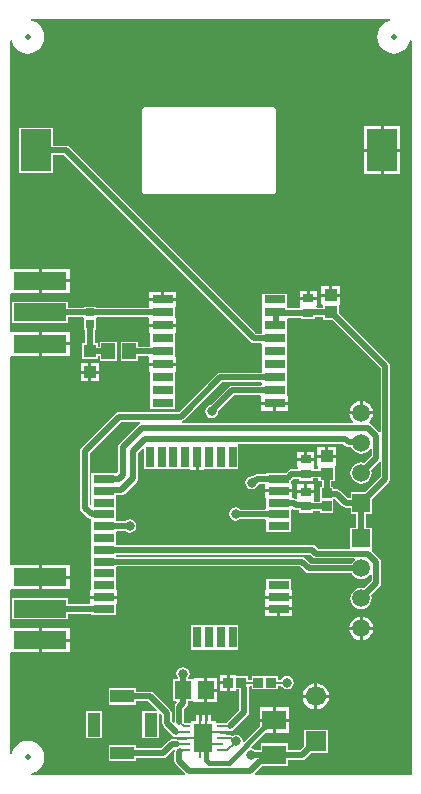
<source format=gtl>
G04*
G04 #@! TF.GenerationSoftware,Altium Limited,Altium Designer,20.2.7 (254)*
G04*
G04 Layer_Physical_Order=1*
G04 Layer_Color=255*
%FSLAX44Y44*%
%MOMM*%
G71*
G04*
G04 #@! TF.SameCoordinates,4D7A2DC3-99A8-4A5B-9679-2B55FC54A80C*
G04*
G04*
G04 #@! TF.FilePolarity,Positive*
G04*
G01*
G75*
%ADD12C,0.2000*%
%ADD14C,0.4000*%
%ADD39R,0.7000X1.8000*%
%ADD40R,1.8000X0.7000*%
%ADD41R,1.1500X1.3500*%
%ADD42R,0.8500X0.8500*%
%ADD43R,0.9000X0.8000*%
%ADD44R,0.6000X0.2400*%
%ADD45R,1.6500X2.4000*%
%ADD46R,0.2500X0.6000*%
%ADD47R,2.0000X1.6500*%
%ADD48R,0.8500X0.8500*%
%ADD49R,1.4500X1.5500*%
%ADD50R,1.1000X2.0000*%
%ADD51R,2.0000X1.1000*%
%ADD52R,4.5000X1.5000*%
%ADD53R,1.1000X1.0000*%
%ADD54R,2.6000X3.5600*%
%ADD55R,1.8000X0.8000*%
%ADD56R,0.7200X0.6900*%
%ADD57R,1.0500X1.0000*%
%ADD58C,0.5000*%
%ADD59C,0.5000*%
%ADD60R,1.5000X1.5000*%
%ADD61C,1.5000*%
%ADD62R,1.7000X1.7000*%
%ADD63C,1.7000*%
%ADD64C,0.6000*%
%ADD65C,0.8000*%
G36*
X2222888Y1768188D02*
X2222201Y1768098D01*
X2218796Y1766687D01*
X2215871Y1764443D01*
X2213627Y1761519D01*
X2212216Y1758113D01*
X2211735Y1754458D01*
X2212216Y1750803D01*
X2213627Y1747398D01*
X2215871Y1744473D01*
X2218796Y1742229D01*
X2222201Y1740818D01*
X2225856Y1740337D01*
X2229511Y1740818D01*
X2232917Y1742229D01*
X2235841Y1744473D01*
X2238085Y1747398D01*
X2239496Y1750803D01*
X2239586Y1751490D01*
X2240856Y1751406D01*
Y1129458D01*
X2108572D01*
X2108046Y1130728D01*
X2114106Y1136788D01*
X2136210D01*
Y1142206D01*
X2148060D01*
X2148060Y1142206D01*
X2149621Y1142516D01*
X2150944Y1143400D01*
X2155530Y1147986D01*
X2169762D01*
Y1167986D01*
X2149762D01*
Y1153754D01*
X2146371Y1150362D01*
X2136210D01*
Y1156288D01*
X2113210D01*
Y1150635D01*
X2108440D01*
X2106790Y1151737D01*
X2105251Y1152043D01*
X2104804Y1153392D01*
X2116660Y1165248D01*
X2123440D01*
Y1174768D01*
X2112170D01*
Y1170851D01*
X2098927Y1157608D01*
X2097757Y1158234D01*
X2097379Y1160132D01*
X2096163Y1161951D01*
X2094344Y1163167D01*
X2092198Y1163594D01*
X2090052Y1163167D01*
X2089383Y1162720D01*
X2089002Y1162975D01*
X2088026Y1163169D01*
X2084082D01*
Y1164350D01*
X2078542D01*
Y1166890D01*
X2085043D01*
X2085352Y1167055D01*
X2085557Y1166918D01*
X2087118Y1166608D01*
X2088679Y1166918D01*
X2090002Y1167802D01*
X2102064Y1179864D01*
X2102064Y1179864D01*
X2102948Y1181187D01*
X2103258Y1182748D01*
Y1203091D01*
X2103087Y1203951D01*
X2103978Y1205221D01*
X2105332D01*
Y1202020D01*
X2127832D01*
Y1205221D01*
X2130466D01*
X2131413Y1203805D01*
X2133232Y1202589D01*
X2135378Y1202162D01*
X2137524Y1202589D01*
X2139343Y1203805D01*
X2140559Y1205624D01*
X2140986Y1207770D01*
X2140559Y1209916D01*
X2139343Y1211735D01*
X2137524Y1212951D01*
X2135378Y1213378D01*
X2133232Y1212951D01*
X2131413Y1211735D01*
X2130466Y1210319D01*
X2127832D01*
Y1213520D01*
X2105332D01*
Y1210319D01*
X2102432D01*
Y1213520D01*
X2092472D01*
Y1214560D01*
X2086952D01*
Y1207770D01*
Y1200980D01*
X2092472D01*
Y1202020D01*
X2094837D01*
X2095101Y1201624D01*
Y1184437D01*
X2084234Y1173570D01*
X2083042Y1173320D01*
Y1173320D01*
X2083042Y1173320D01*
X2075332D01*
Y1175160D01*
X2070832D01*
Y1180660D01*
X2068312D01*
Y1175120D01*
X2065772D01*
Y1180660D01*
X2063312D01*
Y1175120D01*
X2060772D01*
Y1180660D01*
X2058252D01*
Y1175160D01*
X2053752D01*
Y1173320D01*
X2050588D01*
X2050342Y1173369D01*
X2049178D01*
X2048192Y1174355D01*
X2048271Y1174750D01*
Y1185761D01*
X2050347Y1187838D01*
X2050347Y1187838D01*
X2051231Y1189161D01*
X2051542Y1190721D01*
X2051542Y1190722D01*
Y1192170D01*
X2056047Y1192170D01*
X2056602Y1191130D01*
X2056697Y1191130D01*
X2056698Y1191130D01*
X2065122D01*
Y1201420D01*
Y1211710D01*
X2056698D01*
X2056697Y1211710D01*
X2056602D01*
X2056047Y1210670D01*
X2055332Y1210670D01*
X2052334D01*
X2051719Y1211940D01*
X2052421Y1212990D01*
X2052848Y1215136D01*
X2052421Y1217282D01*
X2051205Y1219101D01*
X2049386Y1220317D01*
X2047240Y1220744D01*
X2045094Y1220317D01*
X2043275Y1219101D01*
X2042059Y1217282D01*
X2041632Y1215136D01*
X2042059Y1212990D01*
X2042761Y1211940D01*
X2042082Y1210670D01*
X2038642D01*
Y1192170D01*
X2041485D01*
X2041971Y1190997D01*
X2041308Y1190334D01*
X2040424Y1189011D01*
X2040114Y1187450D01*
X2040114Y1187450D01*
Y1174750D01*
X2040187Y1174381D01*
X2039017Y1173755D01*
X2037856Y1174915D01*
Y1181862D01*
X2037856Y1181862D01*
X2037546Y1183423D01*
X2036662Y1184746D01*
X2036662Y1184746D01*
X2022444Y1198964D01*
X2021121Y1199848D01*
X2019560Y1200158D01*
X2019560Y1200158D01*
X2007432D01*
Y1203080D01*
X1984432D01*
Y1189080D01*
X2007432D01*
Y1192002D01*
X2017871D01*
X2025119Y1184753D01*
X2024633Y1183580D01*
X2012932D01*
Y1160580D01*
X2026932D01*
Y1181281D01*
X2028105Y1181767D01*
X2029700Y1180173D01*
Y1173226D01*
X2029700Y1173226D01*
X2030010Y1171665D01*
X2030894Y1170342D01*
X2038500Y1162736D01*
X2039823Y1161852D01*
X2041384Y1161542D01*
X2042945Y1161852D01*
X2043732Y1162378D01*
X2044678Y1161890D01*
X2050542D01*
Y1159350D01*
X2044093D01*
X2043732Y1159157D01*
X2043387Y1159388D01*
X2041826Y1159698D01*
X2038016D01*
X2038016Y1159698D01*
X2036455Y1159388D01*
X2035132Y1158504D01*
X2035132Y1158504D01*
X2028787Y1152159D01*
X2007432D01*
Y1155080D01*
X1984432D01*
Y1141080D01*
X2007432D01*
Y1144002D01*
X2030476D01*
X2030476Y1144002D01*
X2032037Y1144312D01*
X2033360Y1145196D01*
X2039114Y1150950D01*
X2040103Y1150292D01*
X2040161Y1150201D01*
X2039860Y1148687D01*
X2039860Y1148686D01*
Y1141476D01*
X2039860Y1141476D01*
X2040170Y1139915D01*
X2041054Y1138592D01*
X2048918Y1130728D01*
X2048392Y1129458D01*
X1918908D01*
X1918824Y1130728D01*
X1919511Y1130818D01*
X1922917Y1132229D01*
X1925841Y1134473D01*
X1928085Y1137398D01*
X1929496Y1140803D01*
X1929977Y1144458D01*
X1929496Y1148113D01*
X1928085Y1151519D01*
X1925841Y1154443D01*
X1922917Y1156687D01*
X1919511Y1158098D01*
X1915856Y1158579D01*
X1912201Y1158098D01*
X1908796Y1156687D01*
X1905871Y1154443D01*
X1903627Y1151519D01*
X1902216Y1148113D01*
X1902126Y1147426D01*
X1900856Y1147510D01*
Y1232710D01*
X1901296Y1233798D01*
X1902126Y1233798D01*
X1925066D01*
Y1243838D01*
Y1253878D01*
X1902126D01*
X1901296Y1253878D01*
X1900856Y1254966D01*
Y1286050D01*
X1901296Y1287138D01*
X1902126Y1287138D01*
X1925066D01*
Y1297178D01*
Y1307218D01*
X1902126D01*
X1901296Y1307218D01*
X1900856Y1308306D01*
Y1483408D01*
X1901296Y1484496D01*
X1902126Y1484496D01*
X1925066D01*
Y1494536D01*
Y1504576D01*
X1902126D01*
X1901296Y1504576D01*
X1900856Y1505664D01*
Y1536748D01*
X1901296Y1537836D01*
X1902126Y1537836D01*
X1925066D01*
Y1547876D01*
Y1557916D01*
X1902126D01*
X1901296Y1557916D01*
X1900856Y1559004D01*
Y1751407D01*
X1902126Y1751490D01*
X1902216Y1750803D01*
X1903627Y1747398D01*
X1905871Y1744473D01*
X1908796Y1742229D01*
X1912201Y1740818D01*
X1915856Y1740337D01*
X1919511Y1740818D01*
X1922917Y1742229D01*
X1925841Y1744473D01*
X1928085Y1747398D01*
X1929496Y1750803D01*
X1929977Y1754458D01*
X1929496Y1758113D01*
X1928085Y1761519D01*
X1925841Y1764443D01*
X1922917Y1766687D01*
X1919511Y1768098D01*
X1918825Y1768188D01*
X1918908Y1769458D01*
X2222804D01*
X2222888Y1768188D01*
D02*
G37*
%LPC*%
G36*
X2231436Y1678706D02*
X2217166D01*
Y1659636D01*
X2231436D01*
Y1678706D01*
D02*
G37*
G36*
X2214626D02*
X2200356D01*
Y1659636D01*
X2214626D01*
Y1678706D01*
D02*
G37*
G36*
X2231436Y1657096D02*
X2217166D01*
Y1638026D01*
X2231436D01*
Y1657096D01*
D02*
G37*
G36*
X2214626D02*
X2200356D01*
Y1638026D01*
X2214626D01*
Y1657096D01*
D02*
G37*
G36*
X2124396Y1694990D02*
X2014396D01*
X2013248Y1694514D01*
X2012773Y1693366D01*
Y1623366D01*
X2013248Y1622218D01*
X2014396Y1621743D01*
X2124396D01*
X2125544Y1622218D01*
X2126020Y1623366D01*
Y1693366D01*
X2125544Y1694514D01*
X2124396Y1694990D01*
D02*
G37*
G36*
X1927606Y1557916D02*
Y1549146D01*
X1951376D01*
Y1557916D01*
X1927606D01*
D02*
G37*
G36*
X1951376Y1546606D02*
X1927606D01*
Y1537836D01*
X1951376D01*
Y1546606D01*
D02*
G37*
G36*
X2180502Y1543246D02*
X2173732D01*
Y1536976D01*
X2180502D01*
Y1543246D01*
D02*
G37*
G36*
X2171192D02*
X2164422D01*
Y1536976D01*
X2171192D01*
Y1543246D01*
D02*
G37*
G36*
X2160452Y1539746D02*
X2154682D01*
Y1534476D01*
X2160452D01*
Y1539746D01*
D02*
G37*
G36*
X2152142D02*
X2146372D01*
Y1534476D01*
X2152142D01*
Y1539746D01*
D02*
G37*
G36*
X2041506Y1538226D02*
X2031236D01*
Y1533456D01*
X2041506D01*
Y1538226D01*
D02*
G37*
G36*
X2028696D02*
X2018426D01*
Y1533456D01*
X2028696D01*
Y1538226D01*
D02*
G37*
G36*
X2041506Y1530916D02*
X2018426D01*
Y1526146D01*
X2017520Y1525269D01*
X1973600D01*
Y1526141D01*
X1963400D01*
Y1525269D01*
X1950336D01*
Y1530206D01*
X1902336D01*
Y1512206D01*
X1950336D01*
Y1517112D01*
X1962921D01*
X1963400Y1516041D01*
X1963400Y1514971D01*
Y1506140D01*
X1964422D01*
Y1494906D01*
X1961750D01*
Y1481906D01*
X1975250D01*
Y1484108D01*
X1976884D01*
Y1479936D01*
X1991384D01*
Y1496436D01*
X1976884D01*
Y1492265D01*
X1975250D01*
Y1494906D01*
X1972578D01*
Y1506140D01*
X1973600D01*
Y1514971D01*
X1973600Y1516041D01*
X1974079Y1517112D01*
X2017316D01*
X2018426Y1516726D01*
Y1511456D01*
X2041506D01*
Y1516726D01*
X2040466D01*
Y1526146D01*
X2041506D01*
Y1530916D01*
D02*
G37*
G36*
X1927606Y1504576D02*
Y1495806D01*
X1951376D01*
Y1504576D01*
X1927606D01*
D02*
G37*
G36*
X2041506Y1508916D02*
X2018426D01*
Y1503646D01*
X2019466D01*
X2019466Y1493163D01*
X2018568Y1492265D01*
X2008884D01*
Y1496436D01*
X1994384D01*
Y1479936D01*
X2008884D01*
Y1484108D01*
X2017314D01*
X2018426Y1483726D01*
Y1478456D01*
X2041506D01*
Y1483726D01*
X2040466D01*
Y1492416D01*
X2040466Y1493686D01*
X2040466Y1494956D01*
Y1503646D01*
X2041506D01*
Y1508916D01*
D02*
G37*
G36*
X1951376Y1493266D02*
X1927606D01*
Y1484496D01*
X1951376D01*
Y1493266D01*
D02*
G37*
G36*
X1976290Y1477946D02*
X1969770D01*
Y1471676D01*
X1976290D01*
Y1477946D01*
D02*
G37*
G36*
X1967230D02*
X1960710D01*
Y1471676D01*
X1967230D01*
Y1477946D01*
D02*
G37*
G36*
X1937396Y1677666D02*
X1908396D01*
Y1639066D01*
X1937396D01*
Y1654288D01*
X1946745D01*
X2104730Y1496302D01*
X2106053Y1495418D01*
X2107614Y1495108D01*
X2107614Y1495108D01*
X2113568D01*
X2114466Y1494210D01*
Y1493686D01*
X2114466Y1492416D01*
Y1483956D01*
X2114466Y1482686D01*
X2114466Y1481416D01*
X2114466Y1471163D01*
X2113568Y1470264D01*
X2078580D01*
X2078580Y1470264D01*
X2077019Y1469954D01*
X2075696Y1469070D01*
X2075696Y1469070D01*
X2043519Y1436893D01*
X1993392D01*
X1993392Y1436893D01*
X1991831Y1436582D01*
X1990508Y1435698D01*
X1990508Y1435698D01*
X1961298Y1406488D01*
X1960414Y1405165D01*
X1960104Y1403604D01*
X1960104Y1403604D01*
Y1355852D01*
X1960104Y1355852D01*
X1960414Y1354291D01*
X1961298Y1352968D01*
X1966972Y1347294D01*
X1968295Y1346410D01*
X1969193Y1346232D01*
X1969716Y1345178D01*
X1969716Y1343908D01*
Y1336448D01*
X1969716Y1335178D01*
X1969716Y1333908D01*
Y1326448D01*
X1969716Y1325178D01*
X1969716Y1323908D01*
Y1315178D01*
Y1306448D01*
X1969716Y1305178D01*
X1969716Y1303908D01*
Y1296448D01*
X1969716Y1295178D01*
X1969716Y1293908D01*
Y1286218D01*
X1968676D01*
Y1281448D01*
X1980216D01*
X1991756D01*
Y1286218D01*
X1990716D01*
Y1293908D01*
X1990716Y1295178D01*
X1990716Y1296448D01*
Y1303908D01*
X1990716Y1305178D01*
X1991557Y1306100D01*
X2146089D01*
X2150680Y1301508D01*
X2150680Y1301508D01*
X2152003Y1300624D01*
X2153564Y1300314D01*
X2190024D01*
X2190215Y1299853D01*
X2191657Y1297973D01*
X2193537Y1296531D01*
X2195727Y1295624D01*
X2198076Y1295314D01*
X2200426Y1295624D01*
X2202615Y1296531D01*
X2204495Y1297973D01*
X2205722Y1299572D01*
X2206973Y1299259D01*
X2206992Y1299248D01*
Y1293675D01*
X2200886Y1287570D01*
X2200426Y1287760D01*
X2198076Y1288070D01*
X2195727Y1287760D01*
X2193537Y1286854D01*
X2191657Y1285411D01*
X2190215Y1283531D01*
X2189308Y1281342D01*
X2188999Y1278992D01*
X2189308Y1276643D01*
X2190215Y1274453D01*
X2191657Y1272573D01*
X2193537Y1271131D01*
X2195727Y1270224D01*
X2198076Y1269914D01*
X2200426Y1270224D01*
X2202615Y1271131D01*
X2204495Y1272573D01*
X2205938Y1274453D01*
X2206844Y1276643D01*
X2207154Y1278992D01*
X2206844Y1281342D01*
X2206654Y1281802D01*
X2213954Y1289102D01*
X2213954Y1289102D01*
X2214838Y1290425D01*
X2215148Y1291986D01*
Y1309744D01*
X2214838Y1311305D01*
X2213954Y1312628D01*
X2213954Y1312628D01*
X2207060Y1319522D01*
X2207076Y1320792D01*
X2207076Y1320792D01*
X2207076Y1320792D01*
Y1338792D01*
X2202155D01*
Y1350916D01*
X2207116D01*
Y1363148D01*
X2221574Y1377606D01*
X2221574Y1377606D01*
X2222458Y1378929D01*
X2222769Y1380490D01*
Y1475478D01*
X2222769Y1475478D01*
X2222458Y1477039D01*
X2221574Y1478362D01*
X2179462Y1520474D01*
X2179462Y1527611D01*
X2180502Y1528166D01*
X2180502Y1528261D01*
X2180502Y1528261D01*
Y1534436D01*
X2164422D01*
Y1528262D01*
X2164422Y1528261D01*
Y1528166D01*
X2165462Y1527611D01*
X2165462Y1526896D01*
Y1525284D01*
X2160561D01*
X2160243Y1526555D01*
X2160452Y1526666D01*
X2160452Y1526761D01*
X2160452Y1526761D01*
Y1531936D01*
X2146372D01*
Y1526761D01*
X2146372Y1526761D01*
Y1526666D01*
X2146524Y1526585D01*
X2146753Y1525023D01*
X2146514Y1524785D01*
X2136364D01*
X2135466Y1525683D01*
X2135466Y1526686D01*
X2135466Y1527956D01*
Y1537186D01*
X2114466D01*
Y1527956D01*
X2114466Y1527186D01*
X2114466Y1525916D01*
Y1516956D01*
X2114466Y1515686D01*
X2114466D01*
Y1515686D01*
X2114466D01*
X2114466Y1504162D01*
X2113568Y1503264D01*
X2109303D01*
X1951318Y1661250D01*
X1949995Y1662134D01*
X1948434Y1662444D01*
X1948434Y1662444D01*
X1937396D01*
Y1677666D01*
D02*
G37*
G36*
X1976290Y1469136D02*
X1969770D01*
Y1462866D01*
X1976290D01*
Y1469136D01*
D02*
G37*
G36*
X1967230D02*
X1960710D01*
Y1462866D01*
X1967230D01*
Y1469136D01*
D02*
G37*
G36*
X2041506Y1475916D02*
X2018426D01*
Y1470646D01*
X2019466D01*
Y1461956D01*
X2019466Y1460686D01*
X2019466Y1459416D01*
Y1450456D01*
X2019466Y1449686D01*
X2019466Y1448416D01*
Y1439186D01*
X2040466D01*
Y1448416D01*
X2040466Y1449186D01*
X2040466Y1450456D01*
Y1459416D01*
X2040466Y1460686D01*
X2040466Y1461956D01*
Y1470646D01*
X2041506D01*
Y1475916D01*
D02*
G37*
G36*
X1927606Y1307218D02*
Y1298448D01*
X1951376D01*
Y1307218D01*
X1927606D01*
D02*
G37*
G36*
X1951376Y1295908D02*
X1927606D01*
Y1287138D01*
X1951376D01*
Y1295908D01*
D02*
G37*
G36*
X2138716Y1295178D02*
X2117716D01*
Y1286218D01*
X2116676D01*
Y1281448D01*
X2128216D01*
X2139756D01*
Y1286218D01*
X2138716D01*
Y1295178D01*
D02*
G37*
G36*
X2139756Y1278908D02*
X2128216D01*
X2116676D01*
Y1274138D01*
Y1271448D01*
X2128216D01*
X2139756D01*
Y1274138D01*
Y1278908D01*
D02*
G37*
G36*
X1950336Y1279508D02*
X1902336D01*
Y1261508D01*
X1950336D01*
Y1266100D01*
X1969716D01*
Y1265178D01*
X1990716D01*
Y1274138D01*
X1991756D01*
Y1278908D01*
X1980216D01*
X1968676D01*
Y1274257D01*
X1950426D01*
X1950397Y1274276D01*
X1950336Y1274288D01*
Y1279508D01*
D02*
G37*
G36*
X2139756Y1268908D02*
X2129486D01*
Y1264138D01*
X2139756D01*
Y1268908D01*
D02*
G37*
G36*
X2126946D02*
X2116676D01*
Y1264138D01*
X2126946D01*
Y1268908D01*
D02*
G37*
G36*
X2084216Y1256678D02*
X2082946Y1256678D01*
X2075486D01*
X2074216Y1256678D01*
X2072946Y1256678D01*
X2065486D01*
X2064216Y1256678D01*
X2062946Y1256678D01*
X2054216D01*
Y1235678D01*
X2062946D01*
X2064216Y1235678D01*
X2065486Y1235678D01*
X2072946D01*
X2074216Y1235678D01*
X2075486Y1235678D01*
X2082946D01*
X2084216Y1235678D01*
X2085486Y1235678D01*
X2094216D01*
Y1256678D01*
X2084216Y1256678D01*
D02*
G37*
G36*
X2199346Y1263551D02*
Y1254862D01*
X2208035D01*
X2207858Y1256213D01*
X2206846Y1258655D01*
X2205237Y1260753D01*
X2203139Y1262362D01*
X2200697Y1263374D01*
X2199346Y1263551D01*
D02*
G37*
G36*
X2196806Y1263552D02*
X2195455Y1263374D01*
X2193013Y1262362D01*
X2190916Y1260753D01*
X2189306Y1258655D01*
X2188295Y1256213D01*
X2188117Y1254862D01*
X2196806D01*
Y1263552D01*
D02*
G37*
G36*
X1927606Y1253878D02*
Y1245108D01*
X1951376D01*
Y1253878D01*
X1927606D01*
D02*
G37*
G36*
X2208035Y1252322D02*
X2199346D01*
Y1243633D01*
X2200697Y1243811D01*
X2203139Y1244822D01*
X2205237Y1246432D01*
X2206846Y1248529D01*
X2207858Y1250971D01*
X2208035Y1252322D01*
D02*
G37*
G36*
X2196806D02*
X2188117D01*
X2188295Y1250971D01*
X2189306Y1248529D01*
X2190916Y1246432D01*
X2193013Y1244822D01*
X2195455Y1243811D01*
X2196806Y1243633D01*
Y1252322D01*
D02*
G37*
G36*
X1951376Y1242568D02*
X1927606D01*
Y1233798D01*
X1951376D01*
Y1242568D01*
D02*
G37*
G36*
X2084412Y1214560D02*
X2078892D01*
Y1209040D01*
X2084412D01*
Y1214560D01*
D02*
G37*
G36*
X2076182Y1211710D02*
X2067662D01*
Y1202690D01*
X2076182D01*
Y1211710D01*
D02*
G37*
G36*
X2084412Y1206500D02*
X2078892D01*
Y1200980D01*
X2084412D01*
Y1206500D01*
D02*
G37*
G36*
X2161032Y1207054D02*
Y1197356D01*
X2170730D01*
X2170518Y1198968D01*
X2169406Y1201654D01*
X2167636Y1203960D01*
X2165330Y1205730D01*
X2162644Y1206842D01*
X2161032Y1207054D01*
D02*
G37*
G36*
X2158492Y1207054D02*
X2156880Y1206842D01*
X2154194Y1205730D01*
X2151888Y1203960D01*
X2150119Y1201654D01*
X2149006Y1198968D01*
X2148794Y1197356D01*
X2158492D01*
Y1207054D01*
D02*
G37*
G36*
X2076182Y1200150D02*
X2067662D01*
Y1191130D01*
X2076182D01*
Y1200150D01*
D02*
G37*
G36*
X2170730Y1194816D02*
X2161032D01*
Y1185118D01*
X2162644Y1185330D01*
X2165330Y1186443D01*
X2167636Y1188212D01*
X2169406Y1190518D01*
X2170518Y1193204D01*
X2170730Y1194816D01*
D02*
G37*
G36*
X2158492D02*
X2148794D01*
X2149006Y1193204D01*
X2150119Y1190518D01*
X2151888Y1188212D01*
X2154194Y1186443D01*
X2156880Y1185330D01*
X2158492Y1185118D01*
Y1194816D01*
D02*
G37*
G36*
X2137250Y1186828D02*
X2125980D01*
Y1177308D01*
X2137250D01*
Y1186828D01*
D02*
G37*
G36*
X2123440D02*
X2112170D01*
Y1177308D01*
X2123440D01*
Y1186828D01*
D02*
G37*
G36*
X2137250Y1174768D02*
X2125980D01*
Y1165248D01*
X2137250D01*
Y1174768D01*
D02*
G37*
G36*
X1978932Y1183580D02*
X1964932D01*
Y1160580D01*
X1978932D01*
Y1183580D01*
D02*
G37*
%LPD*%
G36*
X2165462Y1514706D02*
X2173694D01*
X2214612Y1473789D01*
Y1420266D01*
X2213342Y1419740D01*
X2206528Y1426554D01*
X2205301Y1427374D01*
X2205159Y1427636D01*
X2204918Y1428680D01*
X2205277Y1428956D01*
X2206886Y1431053D01*
X2207898Y1433495D01*
X2208076Y1434846D01*
X2198116D01*
X2188157D01*
X2188335Y1433495D01*
X2189346Y1431053D01*
X2190907Y1429019D01*
X2190836Y1428581D01*
X2190553Y1427749D01*
X2046754D01*
X2046510Y1428995D01*
X2046769Y1429046D01*
X2048092Y1429930D01*
X2080269Y1462108D01*
X2113568D01*
X2114466Y1461210D01*
Y1460163D01*
X2113568Y1459265D01*
X2088916D01*
X2087355Y1458954D01*
X2086032Y1458070D01*
X2086032Y1458070D01*
X2070790Y1442828D01*
X2069478Y1442567D01*
X2067659Y1441351D01*
X2066443Y1439532D01*
X2066016Y1437386D01*
X2066443Y1435240D01*
X2067659Y1433421D01*
X2069478Y1432205D01*
X2071624Y1431778D01*
X2073770Y1432205D01*
X2075589Y1433421D01*
X2076805Y1435240D01*
X2077232Y1437386D01*
X2077174Y1437676D01*
X2090605Y1451108D01*
X2112521D01*
X2113426Y1450226D01*
Y1445456D01*
X2136506D01*
Y1450226D01*
X2135466D01*
Y1459416D01*
X2135466Y1460686D01*
X2135466Y1461956D01*
Y1470416D01*
X2135466Y1471686D01*
X2135466Y1472956D01*
Y1481416D01*
X2135466Y1482686D01*
X2135466Y1483956D01*
Y1492416D01*
X2135466Y1493686D01*
X2135466Y1494956D01*
Y1503416D01*
X2135466Y1504686D01*
X2135466Y1505956D01*
Y1515686D01*
X2136259Y1516628D01*
X2147412D01*
Y1515206D01*
X2159412D01*
Y1517128D01*
X2165462D01*
Y1514706D01*
D02*
G37*
G36*
X2184673Y1408486D02*
X2184673Y1408486D01*
X2185996Y1407602D01*
X2187556Y1407291D01*
X2189793D01*
X2190255Y1406177D01*
X2191697Y1404297D01*
X2193577Y1402855D01*
X2195767Y1401948D01*
X2198116Y1401638D01*
X2200466Y1401948D01*
X2202655Y1402855D01*
X2204535Y1404297D01*
X2205722Y1405844D01*
X2206992Y1405429D01*
Y1399960D01*
X2200926Y1393894D01*
X2200466Y1394084D01*
X2198116Y1394394D01*
X2195767Y1394084D01*
X2193577Y1393178D01*
X2191697Y1391735D01*
X2190255Y1389855D01*
X2189348Y1387666D01*
X2189039Y1385316D01*
X2189348Y1382967D01*
X2190255Y1380777D01*
X2191697Y1378897D01*
X2193577Y1377455D01*
X2195767Y1376548D01*
X2198116Y1376239D01*
X2200466Y1376548D01*
X2202655Y1377455D01*
X2204535Y1378897D01*
X2205978Y1380777D01*
X2206884Y1382967D01*
X2207194Y1385316D01*
X2206884Y1387666D01*
X2206694Y1388126D01*
X2213342Y1394774D01*
X2214612Y1394248D01*
Y1382179D01*
X2201349Y1368916D01*
X2189116D01*
Y1363994D01*
X2186597D01*
X2180298Y1370294D01*
X2178975Y1371178D01*
X2177414Y1371488D01*
X2177414Y1371488D01*
X2174606D01*
Y1373708D01*
X2172984D01*
Y1378308D01*
X2175906D01*
X2175906Y1391213D01*
X2176946Y1391768D01*
X2176946Y1391863D01*
X2176946Y1391863D01*
Y1398038D01*
X2160866D01*
Y1391864D01*
X2160866Y1391863D01*
Y1391768D01*
X2161906Y1391213D01*
X2161906Y1390498D01*
Y1388887D01*
X2158275D01*
X2157957Y1390157D01*
X2158166Y1390268D01*
X2158166Y1390363D01*
X2158166Y1390363D01*
Y1395538D01*
X2144086D01*
Y1390363D01*
X2144086Y1390363D01*
Y1390268D01*
X2144238Y1390187D01*
X2144467Y1388625D01*
X2144228Y1388387D01*
X2138942D01*
X2137381Y1388076D01*
X2136058Y1387192D01*
X2136058Y1387192D01*
X2134123Y1385257D01*
X2129216D01*
X2129216Y1385257D01*
X2128822Y1385178D01*
X2117716D01*
Y1384256D01*
X2109835D01*
X2108274Y1383946D01*
X2106951Y1383062D01*
X2106951Y1383062D01*
X2106261Y1382372D01*
X2105406Y1382542D01*
X2103260Y1382115D01*
X2101441Y1380899D01*
X2100225Y1379080D01*
X2099798Y1376934D01*
X2100225Y1374788D01*
X2101441Y1372969D01*
X2103260Y1371753D01*
X2105406Y1371326D01*
X2107552Y1371753D01*
X2109371Y1372969D01*
X2110587Y1374788D01*
X2110680Y1375255D01*
X2111524Y1376100D01*
X2116676D01*
Y1371448D01*
X2128216D01*
X2139756D01*
Y1376218D01*
X2138716D01*
Y1378314D01*
X2140631Y1380230D01*
X2145126D01*
Y1378808D01*
X2157126D01*
Y1380730D01*
X2161906D01*
Y1378308D01*
X2164828D01*
Y1373708D01*
X2163106D01*
Y1361037D01*
X2158024D01*
X2157785Y1361275D01*
X2158014Y1362837D01*
X2158166Y1362918D01*
X2158166Y1363013D01*
X2158166Y1363013D01*
Y1368188D01*
X2144086D01*
Y1363889D01*
X2142816Y1363210D01*
X2142415Y1363478D01*
X2140879Y1363783D01*
X2140833Y1363798D01*
X2139756Y1364281D01*
Y1368908D01*
X2128216D01*
X2116676D01*
Y1364138D01*
X2117716D01*
Y1356448D01*
X2117716Y1355178D01*
X2116875Y1354256D01*
X2096061D01*
X2095909Y1354483D01*
X2094090Y1355699D01*
X2091944Y1356126D01*
X2089798Y1355699D01*
X2087979Y1354483D01*
X2086763Y1352664D01*
X2086336Y1350518D01*
X2086763Y1348372D01*
X2087979Y1346553D01*
X2089798Y1345337D01*
X2091944Y1344910D01*
X2094090Y1345337D01*
X2095231Y1346100D01*
X2116875D01*
X2117716Y1345178D01*
X2117716Y1343908D01*
Y1335178D01*
X2138716D01*
Y1343908D01*
X2138716Y1345178D01*
X2138716Y1346448D01*
X2138716Y1354284D01*
X2139749Y1354781D01*
X2139986Y1354829D01*
X2141252Y1353983D01*
X2142813Y1353673D01*
X2142813Y1353673D01*
X2145126D01*
Y1351458D01*
X2157126D01*
Y1352880D01*
X2163106D01*
Y1351208D01*
X2174606D01*
Y1362967D01*
X2175876Y1363181D01*
X2182024Y1357032D01*
X2183347Y1356148D01*
X2184908Y1355838D01*
X2184908Y1355838D01*
X2189116D01*
Y1350916D01*
X2193998D01*
Y1338792D01*
X2189076D01*
Y1321069D01*
X2161767D01*
X2159774Y1323062D01*
X2158451Y1323946D01*
X2156890Y1324256D01*
X2156890Y1324256D01*
X1991557D01*
X1990716Y1325178D01*
X1990716Y1326448D01*
Y1333908D01*
X1990716Y1335178D01*
X1991123Y1336280D01*
X1998232D01*
X1999882Y1335177D01*
X2002028Y1334750D01*
X2004174Y1335177D01*
X2005993Y1336393D01*
X2007209Y1338212D01*
X2007636Y1340358D01*
X2007209Y1342504D01*
X2005993Y1344323D01*
X2004174Y1345539D01*
X2002028Y1345966D01*
X1999882Y1345539D01*
X1998232Y1344436D01*
X1991679D01*
X1990716Y1345178D01*
X1990716Y1346448D01*
Y1353908D01*
X1990716Y1355178D01*
X1990716D01*
Y1355178D01*
X1990716D01*
Y1366593D01*
X1995134D01*
X1995134Y1366593D01*
X1996695Y1366904D01*
X1998018Y1367788D01*
X2008076Y1377846D01*
X2008960Y1379169D01*
X2009270Y1380730D01*
X2009270Y1380730D01*
Y1402539D01*
X2013043Y1406311D01*
X2014216Y1405825D01*
Y1388678D01*
X2022946D01*
X2024216Y1388678D01*
X2025486Y1388678D01*
X2032946D01*
X2034216Y1388678D01*
X2035486Y1388678D01*
X2042946D01*
X2044216Y1388678D01*
X2045486Y1388678D01*
X2053176D01*
Y1387638D01*
X2057946D01*
Y1399178D01*
X2060486D01*
Y1387638D01*
X2065256D01*
Y1388678D01*
X2072946D01*
X2074216Y1388678D01*
X2075486Y1388678D01*
X2082946D01*
X2084216Y1388678D01*
X2085486Y1388678D01*
X2094216D01*
Y1408924D01*
X2094216Y1409678D01*
X2095273Y1410194D01*
X2182965D01*
X2184673Y1408486D01*
D02*
G37*
G36*
X2011394Y1427490D02*
X2011135Y1427438D01*
X2009812Y1426554D01*
X2009812Y1426554D01*
X1993302Y1410044D01*
X1992418Y1408721D01*
X1992108Y1407160D01*
X1992108Y1407160D01*
Y1386042D01*
X1990838Y1385136D01*
X1990716Y1385178D01*
Y1385178D01*
X1969716D01*
Y1376448D01*
X1969716Y1375178D01*
X1969716D01*
Y1375178D01*
X1969716D01*
Y1365178D01*
Y1359072D01*
X1968446Y1358393D01*
X1968260Y1358517D01*
Y1401915D01*
X1995081Y1428736D01*
X2011150D01*
X2011394Y1427490D01*
D02*
G37*
G36*
X2157194Y1314106D02*
X2157194Y1314106D01*
X2158517Y1313222D01*
X2160078Y1312912D01*
X2160078Y1312912D01*
X2192309D01*
X2192740Y1311642D01*
X2191657Y1310811D01*
X2190215Y1308931D01*
X2190024Y1308470D01*
X2155253D01*
X2150662Y1313062D01*
X2149339Y1313946D01*
X2147778Y1314256D01*
X2147778Y1314256D01*
X1990716D01*
Y1316100D01*
X2155201D01*
X2157194Y1314106D01*
D02*
G37*
%LPC*%
G36*
X2136506Y1442916D02*
X2126236D01*
Y1438146D01*
X2136506D01*
Y1442916D01*
D02*
G37*
G36*
X2123696D02*
X2113426D01*
Y1438146D01*
X2123696D01*
Y1442916D01*
D02*
G37*
G36*
X2199386Y1446075D02*
Y1437386D01*
X2208076D01*
X2207898Y1438737D01*
X2206886Y1441179D01*
X2205277Y1443277D01*
X2203179Y1444886D01*
X2200737Y1445898D01*
X2199386Y1446075D01*
D02*
G37*
G36*
X2196846Y1446076D02*
X2195495Y1445898D01*
X2193053Y1444886D01*
X2190956Y1443277D01*
X2189346Y1441179D01*
X2188335Y1438737D01*
X2188157Y1437386D01*
X2196846D01*
Y1446076D01*
D02*
G37*
G36*
X2176946Y1406848D02*
X2170176D01*
Y1400578D01*
X2176946D01*
Y1406848D01*
D02*
G37*
G36*
X2167636D02*
X2160866D01*
Y1400578D01*
X2167636D01*
Y1406848D01*
D02*
G37*
G36*
X2158166Y1403348D02*
X2152396D01*
Y1398078D01*
X2158166D01*
Y1403348D01*
D02*
G37*
G36*
X2149856D02*
X2144086D01*
Y1398078D01*
X2149856D01*
Y1403348D01*
D02*
G37*
G36*
X2158166Y1375998D02*
X2152396D01*
Y1370728D01*
X2158166D01*
Y1375998D01*
D02*
G37*
G36*
X2149856D02*
X2144086D01*
Y1370728D01*
X2149856D01*
Y1375998D01*
D02*
G37*
%LPD*%
D12*
X2078608Y1170686D02*
X2087118D01*
X2078542Y1170620D02*
X2078608Y1170686D01*
X2099180Y1207770D02*
X2111082D01*
X2096682D02*
X2099180D01*
X2078542Y1160620D02*
X2088026D01*
X2089512Y1159134D01*
X2089658D01*
X2090354Y1158438D01*
X2089658Y1159134D02*
X2091050D01*
Y1156838D02*
Y1157742D01*
X2090354Y1158438D02*
X2091050Y1157742D01*
X2091746Y1158438D02*
X2092198Y1157986D01*
X2078542Y1150620D02*
X2084832D01*
X2091050Y1159134D02*
X2091746Y1158438D01*
X2084832Y1150620D02*
X2091050Y1156838D01*
X2041384Y1165620D02*
X2050542D01*
X2041826Y1155620D02*
X2050542D01*
X2050342Y1170820D02*
X2050542Y1170620D01*
X2048122Y1170820D02*
X2050342D01*
X2044192Y1174750D02*
X2048122Y1170820D01*
X2069542Y1165620D02*
X2078542D01*
X2064542Y1160620D02*
X2069542Y1165620D01*
X2050542Y1160620D02*
X2064542D01*
X2067042Y1158120D02*
X2069542Y1155620D01*
X2064542Y1160620D02*
X2067042Y1158120D01*
X2069542Y1155620D02*
X2078542D01*
X2122082Y1207770D02*
X2135378D01*
X2045872Y1150620D02*
X2050542D01*
X2044700Y1149449D02*
X2045872Y1150620D01*
D14*
X2069385Y1139698D02*
X2086064D01*
X2117060Y1170138D02*
Y1175736D01*
X2116710Y1169788D02*
X2117060Y1170138D01*
X2116154Y1169788D02*
X2116710D01*
X2086064Y1139698D02*
X2116154Y1169788D01*
X2067042Y1146120D02*
Y1158120D01*
Y1142041D02*
Y1146120D01*
Y1142041D02*
X2069385Y1139698D01*
D39*
X2019216Y1399178D02*
D03*
X2029216D02*
D03*
X2039216D02*
D03*
X2049216D02*
D03*
X2059216D02*
D03*
X2069216D02*
D03*
X2079216D02*
D03*
X2089216D02*
D03*
Y1246178D02*
D03*
X2079216D02*
D03*
X2069216D02*
D03*
X2059216D02*
D03*
D40*
X2128216Y1380178D02*
D03*
Y1370178D02*
D03*
Y1360178D02*
D03*
Y1350178D02*
D03*
Y1340178D02*
D03*
Y1290178D02*
D03*
Y1280178D02*
D03*
Y1270178D02*
D03*
X1980216Y1380178D02*
D03*
Y1370178D02*
D03*
Y1360178D02*
D03*
Y1350178D02*
D03*
Y1340178D02*
D03*
Y1330178D02*
D03*
Y1320178D02*
D03*
Y1310178D02*
D03*
Y1300178D02*
D03*
Y1290178D02*
D03*
Y1280178D02*
D03*
Y1270178D02*
D03*
X2029966Y1444186D02*
D03*
Y1532186D02*
D03*
X2124966D02*
D03*
Y1444186D02*
D03*
D41*
X1984134Y1488186D02*
D03*
X2001634D02*
D03*
D42*
X2168856Y1356958D02*
D03*
Y1367958D02*
D03*
D43*
X2151126Y1369458D02*
D03*
Y1356958D02*
D03*
Y1396808D02*
D03*
Y1384308D02*
D03*
X2153412Y1533206D02*
D03*
Y1520706D02*
D03*
D44*
X2050542Y1170620D02*
D03*
Y1165620D02*
D03*
Y1160620D02*
D03*
Y1155620D02*
D03*
Y1150620D02*
D03*
X2078542D02*
D03*
Y1155620D02*
D03*
Y1160620D02*
D03*
Y1165620D02*
D03*
Y1170620D02*
D03*
D45*
X2064542Y1160620D02*
D03*
D46*
X2067042Y1175120D02*
D03*
X2062042D02*
D03*
X2067042Y1146120D02*
D03*
X2062042D02*
D03*
D47*
X2124710Y1146538D02*
D03*
Y1176038D02*
D03*
D48*
X2111082Y1207770D02*
D03*
X2122082D02*
D03*
X2085682D02*
D03*
X2096682D02*
D03*
D49*
X2066392Y1201420D02*
D03*
X2047392D02*
D03*
D50*
X2019932Y1172080D02*
D03*
X1971932D02*
D03*
D51*
X1995932Y1196080D02*
D03*
Y1148080D02*
D03*
D52*
X1926336Y1270508D02*
D03*
Y1243838D02*
D03*
Y1297178D02*
D03*
Y1547876D02*
D03*
Y1494536D02*
D03*
Y1521206D02*
D03*
D53*
X2168906Y1384808D02*
D03*
Y1399308D02*
D03*
X2172462Y1535706D02*
D03*
Y1521206D02*
D03*
D54*
X1922896Y1658366D02*
D03*
X2215896D02*
D03*
D55*
X2029966Y1455186D02*
D03*
Y1466186D02*
D03*
Y1477186D02*
D03*
Y1488186D02*
D03*
Y1499186D02*
D03*
Y1510186D02*
D03*
Y1521186D02*
D03*
X2124966D02*
D03*
Y1510186D02*
D03*
Y1499186D02*
D03*
Y1488186D02*
D03*
Y1477186D02*
D03*
Y1466186D02*
D03*
Y1455186D02*
D03*
D56*
X1968500Y1521191D02*
D03*
Y1511091D02*
D03*
D57*
Y1488406D02*
D03*
Y1470406D02*
D03*
D58*
X2203644Y1423670D02*
X2211070Y1416244D01*
X2012696Y1423670D02*
X2203644D01*
X2211070Y1398270D02*
Y1416244D01*
X2160078Y1316990D02*
X2203824D01*
X2211070Y1309744D01*
Y1291986D02*
Y1309744D01*
X2128216Y1360178D02*
X2128684Y1359710D01*
X2140854D01*
X2142813Y1357751D01*
X2151613D01*
X2152406Y1356958D01*
X2168856D01*
X2168906Y1367958D02*
X2169454Y1367410D01*
X2168906Y1367958D02*
Y1384808D01*
X2177414Y1367410D02*
X2184908Y1359916D01*
X2169454Y1367410D02*
X2177414D01*
X2047316Y1201496D02*
Y1215060D01*
X2044192Y1187450D02*
X2047463Y1190721D01*
X2047240Y1215136D02*
X2047316Y1215060D01*
X2047463Y1190721D02*
Y1201349D01*
X2047316Y1201496D02*
X2047463Y1201349D01*
X2172462Y1521206D02*
X2172962D01*
X2153912D02*
X2172462D01*
X2125446Y1520706D02*
X2126138Y1520015D01*
X2124966Y1521186D02*
X2125446Y1520706D01*
X2099180Y1182748D02*
Y1203091D01*
X2087118Y1170686D02*
X2099180Y1182748D01*
X2096682Y1207770D02*
X2098432Y1206020D01*
Y1203839D02*
Y1206020D01*
Y1203839D02*
X2099180Y1203091D01*
X2156890Y1320178D02*
X2160078Y1316990D01*
X2198076Y1278992D02*
X2211070Y1291986D01*
X2015236Y1414272D02*
X2184654D01*
X2197462Y1411370D02*
X2198116Y1410716D01*
X2187556Y1411370D02*
X2197462D01*
X2184654Y1414272D02*
X2187556Y1411370D01*
X2005192Y1404228D02*
X2015236Y1414272D01*
X1980216Y1370178D02*
X1980710Y1370672D01*
X1995134D01*
X2005192Y1380730D01*
Y1404228D01*
X1996186Y1407160D02*
X2012696Y1423670D01*
X1980216Y1380178D02*
X1980282Y1380244D01*
X1993257D01*
X1996186Y1383173D01*
Y1407160D01*
X2071116Y1437386D02*
X2088916Y1455186D01*
X2071116Y1437386D02*
X2071624D01*
X1964182Y1403604D02*
X1993392Y1432814D01*
X2045208D01*
X2078580Y1466186D01*
X2198116Y1385316D02*
X2211070Y1398270D01*
X2078580Y1466186D02*
X2124966D01*
X1980216Y1340358D02*
X2002028D01*
X1980216Y1340178D02*
Y1340358D01*
X2043938Y1141476D02*
X2052574Y1132840D01*
X2043938Y1148687D02*
X2044700Y1149449D01*
X2043938Y1141476D02*
Y1148687D01*
X2052574Y1132840D02*
X2104390D01*
X2117454Y1146556D02*
X2124692D01*
X2104644D02*
X2117454D01*
X2104390Y1132840D02*
X2112882Y1141332D01*
X1995932Y1196080D02*
X2019560D01*
X2033778Y1181862D01*
Y1173226D02*
Y1181862D01*
Y1173226D02*
X2041384Y1165620D01*
X1995932Y1148080D02*
X2030476D01*
X2038016Y1155620D02*
X2041826D01*
X2030476Y1148080D02*
X2038016Y1155620D01*
X2044192Y1174750D02*
Y1187450D01*
X2138942Y1384308D02*
X2151126D01*
X2129216Y1381178D02*
X2135812D01*
X2138942Y1384308D01*
X2128216Y1380178D02*
X2129216Y1381178D01*
X2109835Y1380178D02*
X2128216D01*
X2184908Y1359916D02*
X2198116D01*
X2172962Y1521206D02*
X2218690Y1475478D01*
X2203116Y1364916D02*
X2218690Y1380490D01*
Y1475478D01*
X2105980Y1377508D02*
X2107165D01*
X2198076Y1359876D02*
X2198116Y1359916D01*
X2203116Y1364916D02*
X2203116D01*
X2124966Y1510186D02*
X2126138Y1511358D01*
X2124966Y1521186D02*
X2124966D01*
X2151626Y1384808D02*
X2168906D01*
X2153412Y1520706D02*
X2153912Y1521206D01*
X2126138Y1511358D02*
Y1520015D01*
X2153412Y1520706D02*
X2153412Y1520706D01*
X2168906Y1384808D02*
X2168906Y1384808D01*
X2107165Y1377508D02*
X2109835Y1380178D01*
X2125446Y1520706D02*
X2153412D01*
X2151126Y1384308D02*
X2151626Y1384808D01*
X2198076Y1329792D02*
Y1359876D01*
X2198076Y1329792D02*
X2198076Y1329792D01*
X2105406Y1376934D02*
X2105980Y1377508D01*
X2198116Y1359916D02*
X2203116Y1364916D01*
X1948434Y1658366D02*
X2107614Y1499186D01*
X2124966D01*
X1922896Y1658366D02*
X1948434D01*
X2020962Y1521191D02*
X2020966Y1521186D01*
X2029966D01*
X1968500Y1521191D02*
X2020962D01*
X1948836Y1521206D02*
X1948852Y1521191D01*
X1926336Y1521206D02*
X1948836D01*
X1948852Y1521191D02*
X1968500D01*
Y1488406D02*
Y1511091D01*
X1973970Y1488186D02*
X1984134D01*
X1973750Y1488406D02*
X1973970Y1488186D01*
X1968500Y1488406D02*
X1973750D01*
X2001634Y1488186D02*
X2029966D01*
X2088916Y1455186D02*
X2124966D01*
X2091944Y1350518D02*
X2092284Y1350178D01*
X2128216D01*
X1964182Y1355852D02*
X1969856Y1350178D01*
X1980216D01*
X1964182Y1355852D02*
Y1403604D01*
X2147778Y1310178D02*
X2153564Y1304392D01*
X1980216Y1310178D02*
X2147778D01*
X2153564Y1304392D02*
X2198076D01*
X1980216Y1320178D02*
X2156890D01*
X2124692Y1146556D02*
X2124710Y1146538D01*
X2117454Y1143075D02*
Y1145904D01*
X2115710Y1141332D02*
X2117454Y1143075D01*
X2112882Y1141332D02*
X2115710D01*
X2124964Y1146284D02*
X2148060D01*
X2124710Y1146538D02*
X2124964Y1146284D01*
X2148060D02*
X2159762Y1157986D01*
X1948836Y1270508D02*
X1949166Y1270178D01*
X1980216D01*
X1926336Y1270508D02*
X1948836D01*
D59*
X1915856Y1754458D02*
D03*
X2225856D02*
D03*
X1915856Y1144458D02*
D03*
D60*
X2198076Y1329792D02*
D03*
X2198116Y1359916D02*
D03*
D61*
X2198076Y1304392D02*
D03*
Y1278992D02*
D03*
Y1253592D02*
D03*
X2198116Y1385316D02*
D03*
Y1410716D02*
D03*
Y1436116D02*
D03*
D62*
X2159762Y1157986D02*
D03*
D63*
Y1196086D02*
D03*
D64*
X1995856Y1284458D02*
D03*
Y1274458D02*
D03*
Y1264458D02*
D03*
Y1254458D02*
D03*
X1985856D02*
D03*
X1975856D02*
D03*
X1955856Y1464458D02*
D03*
Y1454458D02*
D03*
X1965856D02*
D03*
X1975856D02*
D03*
X1985856D02*
D03*
Y1464458D02*
D03*
X2005856Y1474458D02*
D03*
X1995856D02*
D03*
X1985856D02*
D03*
Y1509458D02*
D03*
X1995856D02*
D03*
X2005856D02*
D03*
Y1534458D02*
D03*
X1995856D02*
D03*
X1985856D02*
D03*
X1975856D02*
D03*
X1965856D02*
D03*
X1905856Y1564458D02*
D03*
X1915856D02*
D03*
X1925856D02*
D03*
X1935856D02*
D03*
X1945856D02*
D03*
X1955856D02*
D03*
Y1554458D02*
D03*
Y1544458D02*
D03*
Y1534458D02*
D03*
Y1504458D02*
D03*
Y1494458D02*
D03*
Y1484458D02*
D03*
Y1474458D02*
D03*
X1945856D02*
D03*
X1935856D02*
D03*
X1925856D02*
D03*
X1915856D02*
D03*
X1905856D02*
D03*
Y1224458D02*
D03*
X1915856D02*
D03*
X1925856D02*
D03*
X1935856D02*
D03*
X1945856D02*
D03*
X1955856D02*
D03*
Y1234458D02*
D03*
Y1244458D02*
D03*
Y1254458D02*
D03*
X1965856D02*
D03*
Y1284458D02*
D03*
X1955856D02*
D03*
Y1294458D02*
D03*
Y1304458D02*
D03*
Y1314458D02*
D03*
X1945856D02*
D03*
X1935856D02*
D03*
X1925856D02*
D03*
X1915856D02*
D03*
X1905856D02*
D03*
X2200000Y1720000D02*
D03*
X2220000Y1600000D02*
D03*
X2200000Y1560000D02*
D03*
X2220000Y1520000D02*
D03*
X2200000Y1480000D02*
D03*
X2220000Y1360000D02*
D03*
Y1280000D02*
D03*
X2200000Y1240000D02*
D03*
X2220000Y1200000D02*
D03*
X2200000Y1160000D02*
D03*
X2160000Y1720000D02*
D03*
X2180000Y1680000D02*
D03*
X2160000Y1640000D02*
D03*
X2180000Y1600000D02*
D03*
X2160000Y1560000D02*
D03*
Y1480000D02*
D03*
X2180000Y1440000D02*
D03*
Y1280000D02*
D03*
X2160000Y1240000D02*
D03*
X2180000Y1200000D02*
D03*
X2120000Y1720000D02*
D03*
X2140000Y1680000D02*
D03*
Y1600000D02*
D03*
X2120000Y1560000D02*
D03*
X2140000Y1440000D02*
D03*
X2120000Y1400000D02*
D03*
Y1240000D02*
D03*
X2140000Y1200000D02*
D03*
X2120000Y1160000D02*
D03*
X2080000Y1720000D02*
D03*
X2100000Y1600000D02*
D03*
X2080000Y1560000D02*
D03*
X2100000Y1520000D02*
D03*
X2080000Y1480000D02*
D03*
X2100000Y1440000D02*
D03*
Y1280000D02*
D03*
X2040000Y1720000D02*
D03*
X2060000Y1600000D02*
D03*
Y1520000D02*
D03*
Y1360000D02*
D03*
Y1280000D02*
D03*
X2040000Y1240000D02*
D03*
X2000000Y1720000D02*
D03*
Y1640000D02*
D03*
X2020000Y1600000D02*
D03*
X2000000Y1560000D02*
D03*
X2020000Y1360000D02*
D03*
Y1280000D02*
D03*
X2000000Y1240000D02*
D03*
Y1160000D02*
D03*
X1960000Y1720000D02*
D03*
X1980000Y1680000D02*
D03*
Y1600000D02*
D03*
Y1440000D02*
D03*
Y1200000D02*
D03*
X1960000Y1160000D02*
D03*
X1920000Y1720000D02*
D03*
X1940000Y1680000D02*
D03*
Y1600000D02*
D03*
Y1440000D02*
D03*
X1920000Y1400000D02*
D03*
X1940000Y1360000D02*
D03*
Y1200000D02*
D03*
X2064258Y1166114D02*
D03*
D65*
X2071624Y1437386D02*
D03*
X2092198Y1157986D02*
D03*
X2002028Y1340358D02*
D03*
X2105406Y1376934D02*
D03*
X2091944Y1350518D02*
D03*
X2104644Y1146556D02*
D03*
X2047240Y1215136D02*
D03*
X2135378Y1207770D02*
D03*
M02*

</source>
